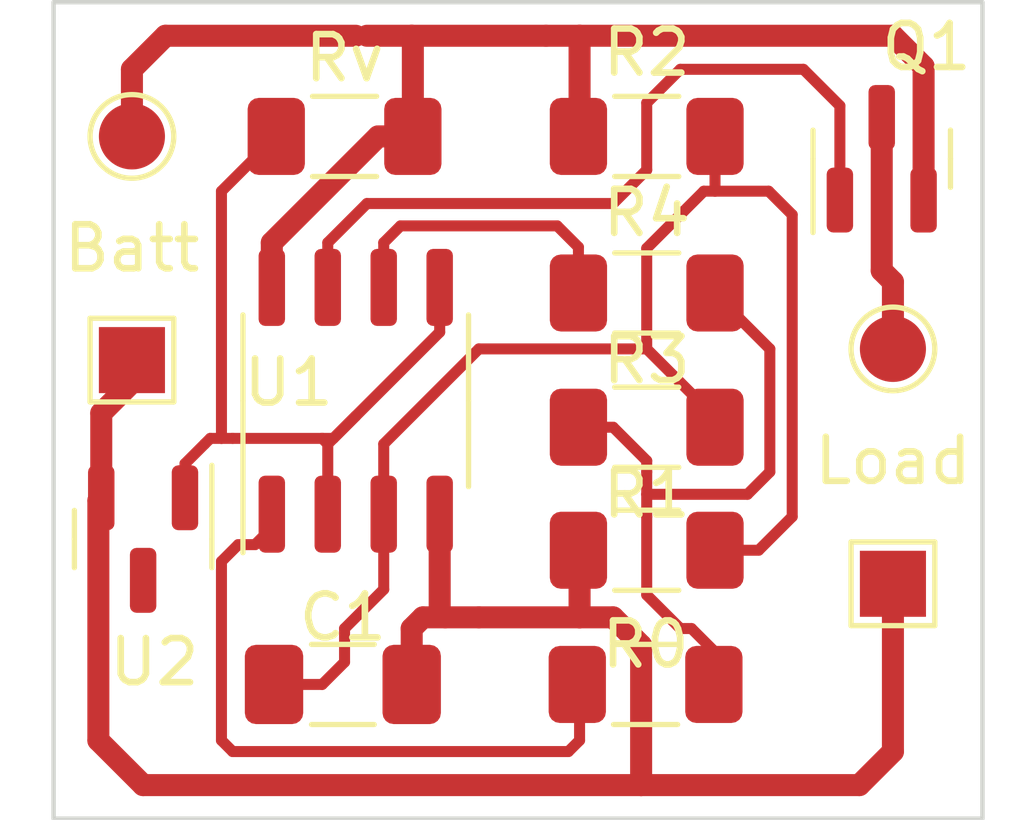
<source format=kicad_pcb>
(kicad_pcb (version 20211014) (generator pcbnew)
  (layers (0 "F.Cu" signal) (31 "B.Cu" signal) (35 "F.Paste" user) (37 "F.SilkS" user "F.Silkscreen") (39 "F.Mask" user) (44 "Edge.Cuts" user))
  (net 0 "")
  (net 1 "GND")
  (net 2 "Net-(Q1-Pad1)")
  (net 3 "Net-(R4-Pad1)")
  (net 5 "Net-(Battery1-Pad1)")
  (net 6 "Net-(Load1-Pad1)")
  (net 7 "Net-(C1-Pad1)")
  (net 8 "Net-(R0-Pad1)")
  (net 9 "Net-(R0-Pad2)")
  (net 10 "Net-(Rv1-Pad2)")
  (footprint "Package_TO_SOT_SMD:SOT-23" (layer "F.Cu") (at 48.514 25.908 90)
    (fp_text reference "Q1" (at 2.54 1.016) (layer "F.SilkS"))
    (fp_text value "PMV32UP")
    (fp_line (start 0 -1.56) (end 0.65 -1.56) (layer "F.SilkS") (width 0.12))
    (fp_line (start 0 1.56) (end 0.65 1.56) (layer "F.SilkS") (width 0.12))
    (fp_line (start 0 -1.56) (end -1.675 -1.56) (layer "F.SilkS") (width 0.12))
    (fp_line (start 0 1.56) (end -0.65 1.56) (layer "F.SilkS") (width 0.12))
    (pad "1" smd roundrect (at -0.9375 -0.95 90) (size 1.475 0.6) (layers "F.Cu" "F.Paste" "F.Mask") (net 2 "Net-(Q1-Pad1)"))
    (pad "2" smd roundrect (at -0.9375 0.95 90) (size 1.475 0.6) (layers "F.Cu" "F.Paste" "F.Mask") (net 5 "Net-(Battery1-Pad1)"))
    (pad "3" smd roundrect (at 0.9375 0 90) (size 1.475 0.6) (layers "F.Cu" "F.Paste" "F.Mask") (net 6 "Net-(Load1-Pad1)"))
  )
  (footprint "Package_TO_SOT_SMD:SOT-23" (layer "F.Cu") (at 31.75 34.544 -90)
    (fp_text reference "U2" (at 2.794 -0.254) (layer "F.SilkS"))
    (fp_text value "LM4041-N")
    (fp_line (start 0 1.56) (end -0.65 1.56) (layer "F.SilkS") (width 0.12))
    (fp_line (start 0 -1.56) (end -1.675 -1.56) (layer "F.SilkS") (width 0.12))
    (fp_line (start 0 -1.56) (end 0.65 -1.56) (layer "F.SilkS") (width 0.12))
    (fp_line (start 0 1.56) (end 0.65 1.56) (layer "F.SilkS") (width 0.12))
    (pad "1" smd roundrect (at -0.9375 -0.95 270) (size 1.475 0.6) (layers "F.Cu" "F.Paste" "F.Mask") (net 10 "Net-(Rv1-Pad2)"))
    (pad "2" smd roundrect (at -0.9375 0.95 270) (size 1.475 0.6) (layers "F.Cu" "F.Paste" "F.Mask") (net 1 "GND"))
    (pad "3" smd roundrect (at 0.9375 0 270) (size 1.475 0.6) (layers "F.Cu" "F.Paste" "F.Mask"))
  )
  (footprint "Package_SO:SO-8_3.9x4.9mm_P1.27mm" (layer "F.Cu") (at 36.576 31.404 90)
    (fp_text reference "U1" (at 0.416 -1.524) (layer "F.SilkS"))
    (fp_text value "TS912")
    (fp_line (start 0 -2.56) (end 1.95 -2.56) (layer "F.SilkS") (width 0.12))
    (fp_line (start 0 -2.56) (end -3.45 -2.56) (layer "F.SilkS") (width 0.12))
    (fp_line (start 0 2.56) (end 1.95 2.56) (layer "F.SilkS") (width 0.12))
    (fp_line (start 0 2.56) (end -1.95 2.56) (layer "F.SilkS") (width 0.12))
    (pad "1" smd roundrect (at -2.575 -1.905 90) (size 1.75 0.6) (layers "F.Cu" "F.Paste" "F.Mask") (net 9 "Net-(R0-Pad2)"))
    (pad "2" smd roundrect (at -2.575 -0.635 90) (size 1.75 0.6) (layers "F.Cu" "F.Paste" "F.Mask") (net 10 "Net-(Rv1-Pad2)"))
    (pad "3" smd roundrect (at -2.575 0.635 90) (size 1.75 0.6) (layers "F.Cu" "F.Paste" "F.Mask") (net 7 "Net-(C1-Pad1)"))
    (pad "4" smd roundrect (at -2.575 1.905 90) (size 1.75 0.6) (layers "F.Cu" "F.Paste" "F.Mask") (net 1 "GND"))
    (pad "5" smd roundrect (at 2.575 1.905 90) (size 1.75 0.6) (layers "F.Cu" "F.Paste" "F.Mask") (net 10 "Net-(Rv1-Pad2)"))
    (pad "6" smd roundrect (at 2.575 0.635 90) (size 1.75 0.6) (layers "F.Cu" "F.Paste" "F.Mask") (net 3 "Net-(R4-Pad1)"))
    (pad "7" smd roundrect (at 2.575 -0.635 90) (size 1.75 0.6) (layers "F.Cu" "F.Paste" "F.Mask") (net 2 "Net-(Q1-Pad1)"))
    (pad "8" smd roundrect (at 2.575 -1.905 90) (size 1.75 0.6) (layers "F.Cu" "F.Paste" "F.Mask") (net 5 "Net-(Battery1-Pad1)"))
  )
  (footprint "Resistor_SMD:R_1206_3216Metric_Pad1.30x1.75mm_HandSolder" (layer "F.Cu") (at 36.322 25.4 180)
    (fp_text reference "Rv" (at 0 1.778) (layer "F.SilkS"))
    (fp_text value "22k")
    (fp_line (start -0.727064 -0.91) (end 0.727064 -0.91) (layer "F.SilkS") (width 0.12))
    (fp_line (start -0.727064 0.91) (end 0.727064 0.91) (layer "F.SilkS") (width 0.12))
    (pad "1" smd roundrect (at -1.55 0 180) (size 1.3 1.75) (layers "F.Cu" "F.Paste" "F.Mask") (roundrect_rratio 0.1923076923) (net 5 "Net-(Battery1-Pad1)"))
    (pad "2" smd roundrect (at 1.55 0 180) (size 1.3 1.75) (layers "F.Cu" "F.Paste" "F.Mask") (roundrect_rratio 0.1923076923) (net 10 "Net-(Rv1-Pad2)"))
  )
  (footprint "Resistor_SMD:R_1206_3216Metric_Pad1.30x1.75mm_HandSolder" (layer "F.Cu") (at 43.154 37.846 180)
    (fp_text reference "R0" (at 0 0.91) (layer "F.SilkS"))
    (fp_text value "0R")
    (fp_line (start -0.727064 0.91) (end 0.727064 0.91) (layer "F.SilkS") (width 0.12))
    (fp_line (start -0.727064 -0.91) (end 0.727064 -0.91) (layer "F.SilkS") (width 0.12))
    (pad "1" smd roundrect (at -1.55 0 180) (size 1.3 1.75) (layers "F.Cu" "F.Paste" "F.Mask") (roundrect_rratio 0.192308) (net 8 "Net-(R0-Pad1)"))
    (pad "2" smd roundrect (at 1.55 0 180) (size 1.3 1.75) (layers "F.Cu" "F.Paste" "F.Mask") (roundrect_rratio 0.192308) (net 9 "Net-(R0-Pad2)"))
  )
  (footprint "Resistor_SMD:R_1206_3216Metric_Pad1.30x1.75mm_HandSolder" (layer "F.Cu") (at 43.18 34.798)
    (fp_text reference "R1" (at 0 -1.27) (layer "F.SilkS"))
    (fp_text value "56k")
    (fp_line (start -0.727064 -0.91) (end 0.727064 -0.91) (layer "F.SilkS") (width 0.12))
    (fp_line (start -0.727064 0.91) (end 0.727064 0.91) (layer "F.SilkS") (width 0.12))
    (pad "1" smd roundrect (at -1.55 0) (size 1.3 1.75) (layers "F.Cu" "F.Paste" "F.Mask") (roundrect_rratio 0.1923076923) (net 1 "GND"))
    (pad "2" smd roundrect (at 1.55 0) (size 1.3 1.75) (layers "F.Cu" "F.Paste" "F.Mask") (roundrect_rratio 0.1923076923) (net 7 "Net-(C1-Pad1)"))
  )
  (footprint "TestPoint:TestPoint_Pad_1.5x1.5mm" (layer "F.Cu") (at 48.768 35.56)
    (fp_text reference "Load2" hide)
    (fp_text value "-")
    (fp_line (start -0.95 0.95) (end -0.95 -0.95) (layer "F.SilkS") (width 0.12))
    (fp_line (start 0.95 0.95) (end -0.95 0.95) (layer "F.SilkS") (width 0.12))
    (fp_line (start 0.95 -0.95) (end 0.95 0.95) (layer "F.SilkS") (width 0.12))
    (fp_line (start -0.95 -0.95) (end 0.95 -0.95) (layer "F.SilkS") (width 0.12))
    (pad "1" smd rect (at 0 0) (size 1.5 1.5) (layers "F.Cu" "F.Mask") (net 1 "GND"))
  )
  (footprint "Resistor_SMD:R_1206_3216Metric_Pad1.30x1.75mm_HandSolder" (layer "F.Cu") (at 43.18 28.956)
    (fp_text reference "R4" (at 0 -1.82) (layer "F.SilkS"))
    (fp_text value "100k")
    (fp_line (start -0.727064 -0.91) (end 0.727064 -0.91) (layer "F.SilkS") (width 0.12))
    (fp_line (start -0.727064 0.91) (end 0.727064 0.91) (layer "F.SilkS") (width 0.12))
    (pad "1" smd roundrect (at -1.55 0) (size 1.3 1.75) (layers "F.Cu" "F.Paste" "F.Mask") (roundrect_rratio 0.1923076923) (net 3 "Net-(R4-Pad1)"))
    (pad "2" smd roundrect (at 1.55 0) (size 1.3 1.75) (layers "F.Cu" "F.Paste" "F.Mask") (roundrect_rratio 0.1923076923) (net 8 "Net-(R0-Pad1)"))
  )
  (footprint "TestPoint:TestPoint_Pad_D1.5mm" (layer "F.Cu") (at 31.496 25.4)
    (fp_text reference "Batt" (at 0 2.54) (layer "F.SilkS"))
    (fp_text value "+")
    (fp_circle (center 0 0) (end 0 0.95) (layer "F.SilkS") (width 0.12) (fill none))
    (pad "1" smd circle (at 0 0) (size 1.5 1.5) (layers "F.Cu" "F.Mask") (net 5 "Net-(Battery1-Pad1)"))
  )
  (footprint "TestPoint:TestPoint_Pad_1.5x1.5mm" (layer "F.Cu") (at 31.496 30.48)
    (fp_text reference "-1" hide)
    (fp_text value "Battery")
    (fp_line (start 0.95 0.95) (end -0.95 0.95) (layer "F.SilkS") (width 0.12))
    (fp_line (start 0.95 -0.95) (end 0.95 0.95) (layer "F.SilkS") (width 0.12))
    (fp_line (start -0.95 0.95) (end -0.95 -0.95) (layer "F.SilkS") (width 0.12))
    (fp_line (start -0.95 -0.95) (end 0.95 -0.95) (layer "F.SilkS") (width 0.12))
    (pad "1" smd rect (at 0 0) (size 1.5 1.5) (layers "F.Cu" "F.Mask") (net 1 "GND"))
  )
  (footprint "TestPoint:TestPoint_Pad_D1.5mm" (layer "F.Cu") (at 48.768 30.226)
    (fp_text reference "Load" (at 0 2.54) (layer "F.SilkS"))
    (fp_text value "+")
    (fp_circle (center 0 0) (end 0 0.95) (layer "F.SilkS") (width 0.12) (fill none))
    (pad "1" smd circle (at 0 0) (size 1.5 1.5) (layers "F.Cu" "F.Mask") (net 6 "Net-(Load1-Pad1)"))
  )
  (footprint "Resistor_SMD:R_1206_3216Metric_Pad1.30x1.75mm_HandSolder" (layer "F.Cu") (at 43.18 32.004 180)
    (fp_text reference "R3" (at 0 1.524) (layer "F.SilkS"))
    (fp_text value "560k")
    (fp_line (start -0.727064 0.91) (end 0.727064 0.91) (layer "F.SilkS") (width 0.12))
    (fp_line (start -0.727064 -0.91) (end 0.727064 -0.91) (layer "F.SilkS") (width 0.12))
    (pad "1" smd roundrect (at -1.55 0 180) (size 1.3 1.75) (layers "F.Cu" "F.Paste" "F.Mask") (roundrect_rratio 0.1923076923) (net 7 "Net-(C1-Pad1)"))
    (pad "2" smd roundrect (at 1.55 0 180) (size 1.3 1.75) (layers "F.Cu" "F.Paste" "F.Mask") (roundrect_rratio 0.1923076923) (net 8 "Net-(R0-Pad1)"))
  )
  (footprint "Capacitor_SMD:C_1206_3216Metric_Pad1.33x1.80mm_HandSolder" (layer "F.Cu") (at 36.2835 37.846)
    (fp_text reference "C1" (at 0 -1.524) (layer "F.SilkS"))
    (fp_text value "10µF")
    (fp_line (start -0.711252 0.91) (end 0.711252 0.91) (layer "F.SilkS") (width 0.12))
    (fp_line (start -0.711252 -0.91) (end 0.711252 -0.91) (layer "F.SilkS") (width 0.12))
    (pad "1" smd roundrect (at -1.5625 0) (size 1.325 1.8) (layers "F.Cu" "F.Paste" "F.Mask") (roundrect_rratio 0.1886792453) (net 7 "Net-(C1-Pad1)"))
    (pad "2" smd roundrect (at 1.5625 0) (size 1.325 1.8) (layers "F.Cu" "F.Paste" "F.Mask") (roundrect_rratio 0.1886792453) (net 1 "GND"))
  )
  (footprint "Resistor_SMD:R_1206_3216Metric_Pad1.30x1.75mm_HandSolder" (layer "F.Cu") (at 43.18 25.4 180)
    (fp_text reference "R2" (at 0 1.905) (layer "F.SilkS"))
    (fp_text value "82k")
    (fp_line (start -0.727064 0.91) (end 0.727064 0.91) (layer "F.SilkS") (width 0.12))
    (fp_line (start -0.727064 -0.91) (end 0.727064 -0.91) (layer "F.SilkS") (width 0.12))
    (pad "1" smd roundrect (at -1.55 0 180) (size 1.3 1.75) (layers "F.Cu" "F.Paste" "F.Mask") (roundrect_rratio 0.1923076923) (net 7 "Net-(C1-Pad1)"))
    (pad "2" smd roundrect (at 1.55 0 180) (size 1.3 1.75) (layers "F.Cu" "F.Paste" "F.Mask") (roundrect_rratio 0.1923076923) (net 5 "Net-(Battery1-Pad1)"))
  )
  (gr_rect (start 29.718 22.352) (end 50.8 40.894) (layer "Edge.Cuts") (width 0.1) (fill none))
  (segment (start 39.37 36.322) (end 38.608 36.322) (width 0.5) (layer "F.Cu") (net 1))
  (segment (start 43.053 40.132) (end 48.006 40.132) (width 0.5) (layer "F.Cu") (net 1))
  (segment (start 41.656 34.824) (end 41.63 34.798) (width 0.5) (layer "F.Cu") (net 1))
  (segment (start 41.656 36.322) (end 41.656 34.824) (width 0.5) (layer "F.Cu") (net 1))
  (segment (start 38.481 33.979) (end 38.481 36.195) (width 0.5) (layer "F.Cu") (net 1))
  (segment (start 38.608 36.322) (end 38.1 36.322) (width 0.5) (layer "F.Cu") (net 1))
  (segment (start 30.8 33.6065) (end 30.8 31.684) (width 0.5) (layer "F.Cu") (net 1))
  (segment (start 38.1 36.322) (end 37.846 36.576) (width 0.5) (layer "F.Cu") (net 1))
  (segment (start 31.496 30.988) (end 31.496 30.48) (width 0.5) (layer "F.Cu") (net 1))
  (segment (start 42.418 36.322) (end 43.053 36.957) (width 0.5) (layer "F.Cu") (net 1))
  (segment (start 30.734 33.6725) (end 30.8 33.6065) (width 0.5) (layer "F.Cu") (net 1))
  (segment (start 31.75 40.132) (end 30.734 39.116) (width 0.5) (layer "F.Cu") (net 1))
  (segment (start 43.053 36.957) (end 43.053 40.132) (width 0.5) (layer "F.Cu") (net 1))
  (segment (start 48.768 39.37) (end 48.768 35.56) (width 0.5) (layer "F.Cu") (net 1))
  (segment (start 43.053 40.132) (end 31.75 40.132) (width 0.5) (layer "F.Cu") (net 1))
  (segment (start 39.37 36.322) (end 41.656 36.322) (width 0.5) (layer "F.Cu") (net 1))
  (segment (start 37.846 36.576) (end 37.846 37.846) (width 0.5) (layer "F.Cu") (net 1))
  (segment (start 30.8 31.684) (end 31.496 30.988) (width 0.5) (layer "F.Cu") (net 1))
  (segment (start 30.734 39.116) (end 30.734 33.6725) (width 0.5) (layer "F.Cu") (net 1))
  (segment (start 38.481 36.195) (end 38.608 36.322) (width 0.25) (layer "F.Cu") (net 1))
  (segment (start 48.006 40.132) (end 48.768 39.37) (width 0.5) (layer "F.Cu") (net 1))
  (segment (start 41.656 36.322) (end 42.418 36.322) (width 0.5) (layer "F.Cu") (net 1))
  (segment (start 35.941 28.829) (end 35.941 27.813) (width 0.25) (layer "F.Cu") (net 2))
  (segment (start 43.942 23.876) (end 46.736 23.876) (width 0.25) (layer "F.Cu") (net 2))
  (segment (start 43.18 24.638) (end 43.942 23.876) (width 0.25) (layer "F.Cu") (net 2))
  (segment (start 36.83 26.924) (end 42.418 26.924) (width 0.25) (layer "F.Cu") (net 2))
  (segment (start 43.18 26.162) (end 43.18 24.638) (width 0.25) (layer "F.Cu") (net 2))
  (segment (start 46.736 23.876) (end 47.564 24.704) (width 0.25) (layer "F.Cu") (net 2))
  (segment (start 42.418 26.924) (end 43.18 26.162) (width 0.25) (layer "F.Cu") (net 2))
  (segment (start 35.941 27.813) (end 36.83 26.924) (width 0.25) (layer "F.Cu") (net 2))
  (segment (start 47.564 24.704) (end 47.564 26.8455) (width 0.25) (layer "F.Cu") (net 2))
  (segment (start 37.211 28.829) (end 37.211 27.813) (width 0.25) (layer "F.Cu") (net 3))
  (segment (start 37.211 27.813) (end 37.592 27.432) (width 0.25) (layer "F.Cu") (net 3))
  (segment (start 41.148 27.432) (end 41.63 27.914) (width 0.25) (layer "F.Cu") (net 3))
  (segment (start 37.592 27.432) (end 41.148 27.432) (width 0.25) (layer "F.Cu") (net 3))
  (segment (start 41.63 27.914) (end 41.63 28.956) (width 0.25) (layer "F.Cu") (net 3))
  (segment (start 31.496 23.876) (end 31.496 25.4) (width 0.5) (layer "F.Cu") (net 5))
  (segment (start 40.894 23.114) (end 37.846 23.114) (width 0.5) (layer "F.Cu") (net 5))
  (segment (start 37.846 23.114) (end 36.83 23.114) (width 0.5) (layer "F.Cu") (net 5))
  (segment (start 34.671 27.813) (end 34.671 28.829) (width 0.5) (layer "F.Cu") (net 5))
  (segment (start 41.656 25.374) (end 41.656 23.114) (width 0.5) (layer "F.Cu") (net 5))
  (segment (start 41.656 23.114) (end 48.768 23.114) (width 0.5) (layer "F.Cu") (net 5))
  (segment (start 37.872 23.14) (end 37.846 23.114) (width 0.5) (layer "F.Cu") (net 5))
  (segment (start 37.084 25.4) (end 34.671 27.813) (width 0.5) (layer "F.Cu") (net 5))
  (segment (start 36.576 23.114) (end 32.258 23.114) (width 0.5) (layer "F.Cu") (net 5))
  (segment (start 49.464 26.8455) (end 49.464 23.81) (width 0.5) (layer "F.Cu") (net 5))
  (segment (start 37.872 25.4) (end 37.872 23.14) (width 0.5) (layer "F.Cu") (net 5))
  (segment (start 40.894 23.114) (end 41.656 23.114) (width 0.5) (layer "F.Cu") (net 5))
  (segment (start 41.402 25.374) (end 41.376 25.4) (width 0.5) (layer "F.Cu") (net 5))
  (segment (start 41.63 25.4) (end 41.656 25.374) (width 0.25) (layer "F.Cu") (net 5))
  (segment (start 49.464 26.8455) (end 49.53 26.7795) (width 0.25) (layer "F.Cu") (net 5))
  (segment (start 49.464 23.81) (end 48.768 23.114) (width 0.5) (layer "F.Cu") (net 5))
  (segment (start 37.872 25.4) (end 37.084 25.4) (width 0.5) (layer "F.Cu") (net 5))
  (segment (start 32.258 23.114) (end 31.496 23.876) (width 0.5) (layer "F.Cu") (net 5))
  (segment (start 48.768 28.702) (end 48.768 30.226) (width 0.5) (layer "F.Cu") (net 6))
  (segment (start 48.514 28.448) (end 48.768 28.702) (width 0.5) (layer "F.Cu") (net 6))
  (segment (start 48.514 24.9705) (end 48.514 28.448) (width 0.5) (layer "F.Cu") (net 6))
  (segment (start 44.476 26.644) (end 44.73 26.644) (width 0.25) (layer "F.Cu") (net 7))
  (segment (start 36.322 36.576) (end 36.322 37.338) (width 0.25) (layer "F.Cu") (net 7))
  (segment (start 45.72 34.798) (end 44.73 34.798) (width 0.25) (layer "F.Cu") (net 7))
  (segment (start 46.482 27.178) (end 46.482 34.036) (width 0.25) (layer "F.Cu") (net 7))
  (segment (start 37.211 35.687) (end 36.322 36.576) (width 0.25) (layer "F.Cu") (net 7))
  (segment (start 39.37 30.226) (end 37.211 32.385) (width 0.25) (layer "F.Cu") (net 7))
  (segment (start 43.18 27.94) (end 43.18 30.226) (width 0.25) (layer "F.Cu") (net 7))
  (segment (start 44.73 26.644) (end 45.948 26.644) (width 0.25) (layer "F.Cu") (net 7))
  (segment (start 35.814 37.846) (end 34.721 37.846) (width 0.25) (layer "F.Cu") (net 7))
  (segment (start 44.73 31.776) (end 44.73 32.512) (width 0.25) (layer "F.Cu") (net 7))
  (segment (start 46.482 34.036) (end 45.72 34.798) (width 0.25) (layer "F.Cu") (net 7))
  (segment (start 44.476 26.644) (end 43.18 27.94) (width 0.25) (layer "F.Cu") (net 7))
  (segment (start 37.211 32.385) (end 37.211 35.687) (width 0.25) (layer "F.Cu") (net 7))
  (segment (start 44.73 25.4) (end 44.73 26.644) (width 0.25) (layer "F.Cu") (net 7))
  (segment (start 45.948 26.644) (end 46.482 27.178) (width 0.25) (layer "F.Cu") (net 7))
  (segment (start 43.18 30.226) (end 39.37 30.226) (width 0.25) (layer "F.Cu") (net 7))
  (segment (start 43.18 30.226) (end 44.73 31.776) (width 0.25) (layer "F.Cu") (net 7))
  (segment (start 36.322 37.338) (end 35.814 37.846) (width 0.25) (layer "F.Cu") (net 7))
  (segment (start 41.63 32.74) (end 41.63 32.004) (width 0.25) (layer "F.Cu") (net 8))
  (segment (start 44.704 37.084) (end 44.704 37.846) (width 0.25) (layer "F.Cu") (net 8))
  (segment (start 44.196 36.576) (end 44.704 37.084) (width 0.25) (layer "F.Cu") (net 8))
  (segment (start 43.18 33.02) (end 43.18 32.766) (width 0.25) (layer "F.Cu") (net 8))
  (segment (start 43.18 34.036) (end 43.18 33.528) (width 0.25) (layer "F.Cu") (net 8))
  (segment (start 42.418 32.004) (end 41.63 32.004) (width 0.25) (layer "F.Cu") (net 8))
  (segment (start 43.942 36.576) (end 44.196 36.576) (width 0.25) (layer "F.Cu") (net 8))
  (segment (start 45.974 33.02) (end 45.466 33.528) (width 0.25) (layer "F.Cu") (net 8))
  (segment (start 44.73 28.956) (end 44.73 28.982) (width 0.25) (layer "F.Cu") (net 8))
  (segment (start 44.73 28.982) (end 45.974 30.226) (width 0.25) (layer "F.Cu") (net 8))
  (segment (start 43.18 32.766) (end 42.418 32.004) (width 0.25) (layer "F.Cu") (net 8))
  (segment (start 43.18 33.528) (end 43.18 33.02) (width 0.25) (layer "F.Cu") (net 8))
  (segment (start 45.974 30.226) (end 45.974 33.02) (width 0.25) (layer "F.Cu") (net 8))
  (segment (start 43.18 34.036) (end 43.18 35.814) (width 0.25) (layer "F.Cu") (net 8))
  (segment (start 45.466 33.528) (end 43.18 33.528) (width 0.25) (layer "F.Cu") (net 8))
  (segment (start 43.18 35.814) (end 43.942 36.576) (width 0.25) (layer "F.Cu") (net 8))
  (segment (start 41.656 39.116) (end 41.656 37.898) (width 0.25) (layer "F.Cu") (net 9))
  (segment (start 33.909 34.671) (end 33.528 35.052) (width 0.25) (layer "F.Cu") (net 9))
  (segment (start 34.671 34.29) (end 34.29 34.671) (width 0.25) (layer "F.Cu") (net 9))
  (segment (start 33.528 35.052) (end 33.528 39.116) (width 0.25) (layer "F.Cu") (net 9))
  (segment (start 41.656 37.898) (end 41.604 37.846) (width 0.25) (layer "F.Cu") (net 9))
  (segment (start 41.402 39.37) (end 41.656 39.116) (width 0.25) (layer "F.Cu") (net 9))
  (segment (start 34.29 34.671) (end 33.909 34.671) (width 0.25) (layer "F.Cu") (net 9))
  (segment (start 33.528 39.116) (end 33.782 39.37) (width 0.25) (layer "F.Cu") (net 9))
  (segment (start 33.782 39.37) (end 41.402 39.37) (width 0.25) (layer "F.Cu") (net 9))
  (segment (start 34.671 33.979) (end 34.671 34.29) (width 0.25) (layer "F.Cu") (net 9))
  (segment (start 38.481 28.829) (end 38.481 29.845) (width 0.25) (layer "F.Cu") (net 10))
  (segment (start 33.147 32.385) (end 32.7 32.832) (width 0.25) (layer "F.Cu") (net 10))
  (segment (start 35.814 32.258) (end 33.782 32.258) (width 0.25) (layer "F.Cu") (net 10))
  (segment (start 35.941 32.385) (end 35.814 32.258) (width 0.25) (layer "F.Cu") (net 10))
  (segment (start 33.528 26.644) (end 34.772 25.4) (width 0.25) (layer "F.Cu") (net 10))
  (segment (start 33.782 32.258) (end 33.528 32.258) (width 0.25) (layer "F.Cu") (net 10))
  (segment (start 33.274 32.258) (end 33.147 32.385) (width 0.25) (layer "F.Cu") (net 10))
  (segment (start 33.528 32.258) (end 33.274 32.258) (width 0.25) (layer "F.Cu") (net 10))
  (segment (start 34.772 25.68) (end 34.772 25.4) (width 0.25) (layer "F.Cu") (net 10))
  (segment (start 35.941 33.69) (end 35.941 32.385) (width 0.25) (layer "F.Cu") (net 10))
  (segment (start 38.481 28.54) (end 38.481 29.21) (width 0.25) (layer "F.Cu") (net 10))
  (segment (start 32.7 32.832) (end 32.7 33.6065) (width 0.25) (layer "F.Cu") (net 10))
  (segment (start 38.481 29.845) (end 36.576 31.75) (width 0.25) (layer "F.Cu") (net 10))
  (segment (start 36.068 32.258) (end 36.576 31.75) (width 0.25) (layer "F.Cu") (net 10))
  (segment (start 36.576 31.75) (end 35.941 32.385) (width 0.25) (layer "F.Cu") (net 10))
  (segment (start 35.814 32.258) (end 36.068 32.258) (width 0.25) (layer "F.Cu") (net 10))
  (segment (start 33.528 32.258) (end 33.528 26.644) (width 0.25) (layer "F.Cu") (net 10))
)
</source>
